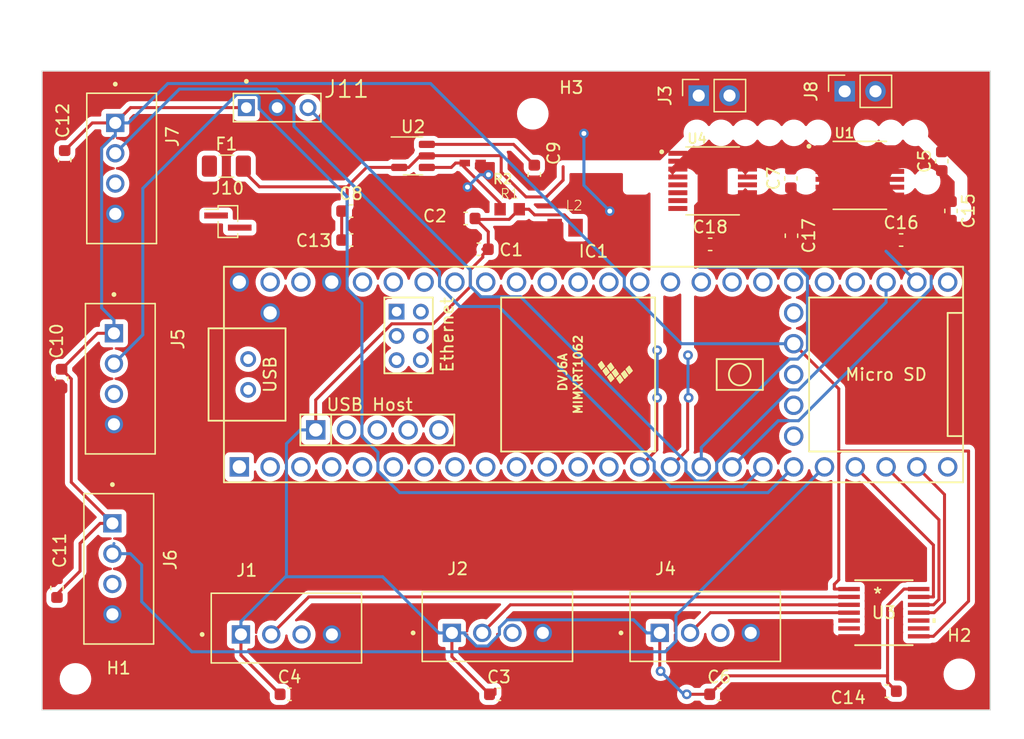
<source format=kicad_pcb>
(kicad_pcb (version 20221018) (generator pcbnew)
  (layers (0 "F.Cu" signal) (31 "B.Cu" signal) (34 "B.Paste" user) (35 "F.Paste" user) (36 "B.SilkS" user "B.Silkscreen") (37 "F.SilkS" user "F.Silkscreen") (38 "B.Mask" user) (39 "F.Mask" user) (44 "Edge.Cuts" user))
  (net 0 "")
  (net 1 "+5V")
  (net 12 "LF_LINE")
  (net 13 "RF_LINE")
  (net 33 "+12V")
  (net 34 "Net-(U2-VBST)")
  (net 35 "GNDS")
  (net 36 "B_LINE")
  (net 37 "LIR5")
  (net 43 "Net-(J8-Pin_2)")
  (net 44 "Net-(J8-Pin_1)")
  (net 45 "unconnected-(J6-Pin_3-Pad3)")
  (net 46 "Net-(U2-VFB)")
  (net 47 "IR_START")
  (net 51 "Net-(J10-Pin_1b)")
  (net 52 "+3.3V")
  (net 53 "RIR5")
  (net 54 "CIR5")
  (net 59 "CIR3.3")
  (net 60 "RIR3.3")
  (net 61 "LIR3.3")
  (net 62 "Net-(U1-CPH)")
  (net 63 "Net-(U1-CPL)")
  (net 64 "Net-(U4-CPH)")
  (net 65 "Net-(U4-CPL)")
  (net 66 "Net-(U1-VCP)")
  (net 67 "Net-(U4-VCP)")
  (net 68 "EN2")
  (net 69 "EN1")
  (net 70 "VREF")
  (net 71 "unconnected-(IC1-A3-Pad17)")
  (net 72 "PH1")
  (net 73 "PH2")
  (net 74 "unconnected-(IC1-A12-Pad26)")
  (net 75 "NSleep1")
  (net 76 "NSleep2")
  (net 77 "PMode1")
  (net 78 "PMode2")
  (net 79 "Net-(J3-Pin_1)")
  (net 80 "Net-(J3-Pin_2)")
  (footprint "Fuse:Fuse_1206_3216Metric" (layer "F.Cu") (at 68.199 85.344)
    (fp_text reference "F1")
    (fp_text value "Fuse")
  )
  (footprint "Capacitor_SMD:C_0603_1608Metric" (layer "F.Cu") (at 54.229 120.142 90)
    (fp_text reference "C11")
    (fp_text value "0.1uF")
  )
  (footprint "RoboJackets:INDC2012X145N" (layer "F.Cu") (at 96.139 90.424)
    (fp_text reference "L2")
    (fp_text value "4.7 uH")
  )
  (footprint "RoboJackets:SOP65P640X120-17N" (layer "F.Cu") (at 120.4468 86.106)
    (fp_text reference "U1")
    (fp_text value "DRV8874PWPR")
  )
  (footprint "Capacitor_SMD:C_0603_1608Metric" (layer "F.Cu") (at 123.8504 91.44)
    (fp_text reference "C16")
    (fp_text value "0.1uF")
  )
  (footprint "Capacitor_SMD:C_0603_1608Metric" (layer "F.Cu") (at 54.864 84.836 -90)
    (fp_text reference "C12")
    (fp_text value "0.1uF")
  )
  (footprint "Capacitor_SMD:C_0603_1608Metric" (layer "F.Cu") (at 73.406 128.905)
    (fp_text reference "C4")
    (fp_text value "0.1uF")
  )
  (footprint "Capacitor_SMD:C_0603_1608Metric" (layer "F.Cu") (at 114.808 91.0844 -90)
    (fp_text reference "C17")
    (fp_text value "0.1uF")
  )
  (footprint "RoboJackets:JST_B4B-XH-A_LF__SN_" (layer "F.Cu") (at 107.696 123.317)
    (fp_text reference "J4")
    (fp_text value "IR Sensor C")
  )
  (footprint "Capacitor_SMD:C_0603_1608Metric" (layer "F.Cu") (at 114.7572 86.36 90)
    (fp_text reference "C7")
    (fp_text value "C")
  )
  (footprint "MountingHole:MountingHole_2.1mm" (layer "F.Cu") (at 128.651 127.254)
    (fp_text reference "H2")
    (fp_text value "MountingHole")
  )
  (footprint "MountingHole:MountingHole_2.1mm" (layer "F.Cu") (at 93.472 81.026)
    (fp_text reference "H3")
    (fp_text value "MountingHole")
  )
  (footprint "Capacitor_SMD:C_0603_1608Metric" (layer "F.Cu") (at 78.486 89.05)
    (fp_text reference "C8")
    (fp_text value ".1 uF")
  )
  (footprint "Capacitor_SMD:C_0603_1608Metric" (layer "F.Cu") (at 127.9652 89.0394 -90)
    (fp_text reference "C15")
    (fp_text value "0.1uF")
  )
  (footprint "RoboJackets:JST_B4B-XH-A_LF__SN_" (layer "F.Cu") (at 73.152 123.444)
    (fp_text reference "J1")
    (fp_text value "IR Sensor L")
  )
  (footprint "Capacitor_SMD:C_0603_1608Metric" (layer "F.Cu") (at 108.839 128.905)
    (fp_text reference "C6")
    (fp_text value "0.1uF")
  )
  (footprint "RoboJackets:robo" (layer "F.Cu") (at 88.519 85.09)
    (fp_text reference "R2")
    (fp_text value "50kΩ")
  )
  (footprint "Capacitor_SMD:C_0603_1608Metric" (layer "F.Cu") (at 108.1024 91.7956)
    (fp_text reference "C18")
    (fp_text value "0.1uF")
  )
  (footprint "Capacitor_SMD:C_0603_1608Metric" (layer "F.Cu") (at 87.9348 89.662 180)
    (fp_text reference "C2")
    (fp_text value "10 uF")
  )
  (footprint "Capacitor_SMD:C_0603_1608Metric" (layer "F.Cu") (at 78.486 91.44)
    (fp_text reference "C13")
    (fp_text value "10 uF")
  )
  (footprint "RoboJackets:JST_B4B-XH-A_LF__SN_" (layer "F.Cu") (at 90.551 123.317)
    (fp_text reference "J2")
    (fp_text value "IR Sensor R")
  )
  (footprint "Connector_PinSocket_1.00mm:PinSocket_1x02_P1.00mm_Vertical_SMD_Pin1Left" (layer "F.Cu") (at 68.326 89.916)
    (fp_text reference "J10")
    (fp_text value "Battery Socket")
  )
  (footprint "Capacitor_SMD:C_0603_1608Metric" (layer "F.Cu") (at 122.682 128.651 180)
    (fp_text reference "C14")
    (fp_text value "10 uF")
  )
  (footprint "RoboJackets:JST_B4B-XH-A_LF__SN_" (layer "F.Cu") (at 59.326 118.558 -90)
    (fp_text reference "J6")
    (fp_text value "Line Sensor 2")
  )
  (footprint "RoboJackets:JST_B4B-XH-A_LF__SN_" (layer "F.Cu") (at 59.453 102.8811 -90)
    (fp_text reference "J5")
    (fp_text value "Line Sensor 1")
  )
  (footprint "Capacitor_SMD:C_0603_1608Metric" (layer "F.Cu") (at 90.678 128.905)
    (fp_text reference "C3")
    (fp_text value "0.1uF")
  )
  (footprint "MountingHole:MountingHole_2.1mm" (layer "F.Cu") (at 55.753 127.635)
    (fp_text reference "H1")
    (fp_text value "MountingHole")
  )
  (footprint "Connector_PinSocket_2.54mm:PinSocket_1x02_P2.54mm_Vertical" (layer "F.Cu") (at 107.1572 79.5278 90)
    (fp_text reference "J3")
    (fp_text value "Conn_01x02_Socket")
  )
  (footprint "RoboJackets:RU_14_ADI-M" (layer "F.Cu") (at 122.428 122.174)
    (fp_text reference "U3")
    (fp_text value "ADG3304BRUZ-REEL")
  )
  (footprint "Capacitor_SMD:C_0603_1608Metric" (layer "F.Cu") (at 89.027 92.202 180)
    (fp_text reference "C1")
    (fp_text value ".1 uF")
  )
  (footprint "RoboJackets:SOP65P640X120-17N" (layer "F.Cu") (at 108.3056 86.5632)
    (fp_text reference "U4")
    (fp_text value "DRV8874PWPR")
  )
  (footprint "Connector_PinSocket_2.54mm:PinSocket_1x02_P2.54mm_Vertical" (layer "F.Cu") (at 119.1968 79.1722 90)
    (fp_text reference "J8")
    (fp_text value "Conn_01x02_Socket")
  )
  (footprint "Capacitor_SMD:C_0603_1608Metric" (layer "F.Cu") (at 93.599 86.04 90)
    (fp_text reference "C9")
    (fp_text value ".1 uF")
  )
  (footprint "RoboJackets:JST_B4B-XH-A_LF__SN_" (layer "F.Cu") (at 59.563 85.531 -90)
    (fp_text reference "J7")
    (fp_text value "Line Sensor 3")
  )
  (footprint "RoboJackets:TE_5-146280-3" (layer "F.Cu") (at 72.39 80.518)
    (fp_text reference "J11")
    (fp_text value "IR Start Module")
  )
  (footprint "Capacitor_SMD:C_0603_1608Metric" (layer "F.Cu") (at 127.2032 84.9376 90)
    (fp_text reference "C5")
    (fp_text value "C")
  )
  (footprint "RoboJackets:RESC1608X50N" (layer "F.Cu") (at 91.567 88.9)
    (fp_text reference "R1")
    (fp_text value "5kΩ")
  )
  (footprint "Capacitor_SMD:C_0603_1608Metric" (layer "F.Cu") (at 54.61 102.87 -90)
    (fp_text reference "C10")
    (fp_text value "0.1uF")
  )
  (footprint "Package_TO_SOT_SMD:SOT-23-6" (layer "F.Cu") (at 83.595 84.5)
    (fp_text reference "U2")
    (fp_text value "TPS562200 (VR)")
  )
  (footprint "Teensy Lib:TEENSY41" (layer "F.Cu") (at 98.48 102.53)
    (fp_text reference "IC1")
    (fp_text value "TEENSY_4.1")
  )
  (gr_rect (start 53 77.5) (end 131.2 130.2) (stroke (width 0.1)) (fill none) (layer "Edge.Cuts"))
  (segment (start 69.402 125.676) (end 72.631 128.905) (width 0.25) (layer "F.Cu") (net 1))
  (segment (start 91.5201 89.7369) (end 88.7847 89.7369) (width 0.25) (layer "F.Cu") (net 1))
  (segment (start 104.013 127) (end 104.013 127.127) (width 0.25) (layer "F.Cu") (net 1))
  (segment (start 108.064 128.905) (end 109.588 127.381) (width 0.25) (layer "F.Cu") (net 1))
  (segment (start 104.013 127) (end 103.946 126.933) (width 0.25) (layer "F.Cu") (net 1))
  (segment (start 89.802 90.7542) (end 88.7098 89.662) (width 0.25) (layer "F.Cu") (net 1))
  (segment (start 75.5692 104.624) (end 75.5692 107.0992) (width 0.25) (layer "F.Cu") (net 1))
  (segment (start 89.347 92.8615) (end 89.347 92.657) (width 0.25) (layer "F.Cu") (net 1))
  (segment (start 90.358 128.48) (end 90.358 128.905) (width 0.25) (layer "F.Cu") (net 1))
  (segment (start 96.999 90.289) (end 96.999 90.424) (width 0.25) (layer "F.Cu") (net 1))
  (segment (start 93.616 89.3621) (end 96.0721 89.3621) (width 0.25) (layer "F.Cu") (net 1))
  (segment (start 88.32 93.8885) (end 88.32 95.2895) (width 0.25) (layer "F.Cu") (net 1))
  (segment (start 125.298 120.224) (end 125.2982 120.224) (width 0.25) (layer "F.Cu") (net 1))
  (segment (start 106.172 128.905) (end 106.083 128.816) (width 0.25) (layer "F.Cu") (net 1))
  (segment (start 93.1539 88.9) (end 93.616 89.3621) (width 0.25) (layer "F.Cu") (net 1))
  (segment (start 92.357 88.9) (end 93.1539 88.9) (width 0.25) (layer "F.Cu") (net 1))
  (segment (start 104.013 127) (end 104.013 127.254) (width 0.25) (layer "F.Cu") (net 1))
  (segment (start 122.732 121.574) (end 124.082 120.224) (width 0.25) (layer "F.Cu") (net 1))
  (segment (start 89.802 92.202) (end 89.802 90.7542) (width 0.25) (layer "F.Cu") (net 1))
  (segment (start 92.357 88.9) (end 91.5201 89.7369) (width 0.25) (layer "F.Cu") (net 1))
  (segment (start 88.32 95.2895) (end 85.2611 98.3484) (width 0.25) (layer "F.Cu") (net 1))
  (segment (start 69.402 123.969) (end 69.402 125.676) (width 0.25) (layer "F.Cu") (net 1))
  (segment (start 122.732 127.926) (end 123.457 128.651) (width 0.25) (layer "F.Cu") (net 1))
  (segment (start 106.172 128.905) (end 108.064 128.905) (width 0.25) (layer "F.Cu") (net 1))
  (segment (start 103.946 126.933) (end 103.946 123.842) (width 0.25) (layer "F.Cu") (net 1))
  (segment (start 122.732 127.381) (end 122.732 121.574) (width 0.25) (layer "F.Cu") (net 1))
  (segment (start 89.347 92.8615) (end 88.32 93.8885) (width 0.25) (layer "F.Cu") (net 1))
  (segment (start 85.2611 98.3484) (end 81.8449 98.3484) (width 0.25) (layer "F.Cu") (net 1))
  (segment (start 86.801 123.842) (end 86.801 125.803) (width 0.25) (layer "F.Cu") (net 1))
  (segment (start 122.732 127.381) (end 122.732 127.926) (width 0.25) (layer "F.Cu") (net 1))
  (segment (start 86.801 125.803) (end 89.903 128.905) (width 0.25) (layer "F.Cu") (net 1))
  (segment (start 124.082 120.224) (end 125.298 120.224) (width 0.25) (layer "F.Cu") (net 1))
  (segment (start 88.7847 89.7369) (end 88.7098 89.662) (width 0.25) (layer "F.Cu") (net 1))
  (segment (start 106.083 128.816) (end 105.918 128.816) (width 0.25) (layer "F.Cu") (net 1))
  (segment (start 81.8449 98.3484) (end 75.5692 104.624) (width 0.25) (layer "F.Cu") (net 1))
  (segment (start 109.588 127.381) (end 122.732 127.381) (width 0.25) (layer "F.Cu") (net 1))
  (segment (start 89.4219 92.1271) (end 89.347 92.202) (width 0.25) (layer "F.Cu") (net 1))
  (segment (start 96.0721 89.3621) (end 96.999 90.289) (width 0.25) (layer "F.Cu") (net 1))
  (segment (start 89.347 92.657) (end 89.802 92.202) (width 0.25) (layer "F.Cu") (net 1))
  (via (at 104.013 127) (size 0.8) (drill 0.4) (layers "F.Cu" "B.Cu") (net 1))
  (via (at 106.172 128.905) (size 0.8) (drill 0.4) (layers "F.Cu" "B.Cu") (net 1))
  (segment (start 105.918 128.905) (end 104.013 127) (width 0.25) (layer "B.Cu") (net 1))
  (segment (start 90.7201 123.956) (end 89.7532 124.923) (width 0.25) (layer "B.Cu") (net 1))
  (segment (start 87.8819 123.977) (end 87.8819 123.842) (width 0.25) (layer "B.Cu") (net 1))
  (segment (start 73.1538 108.238) (end 74.2926 107.0992) (width 0.25) (layer "B.Cu") (net 1))
  (segment (start 69.402 122.888) (end 69.402 123.969) (width 0.25) (layer "B.Cu") (net 1))
  (segment (start 89.7532 124.923) (end 88.8277 124.923) (width 0.25) (layer "B.Cu") (net 1))
  (segment (start 74.2926 107.0992) (end 75.5692 107.0992) (width 0.25) (layer "B.Cu") (net 1))
  (segment (start 87.8819 123.842) (end 86.801 123.842) (width 0.25) (layer "B.Cu") (net 1))
  (segment (start 106.172 128.905) (end 105.918 128.905) (width 0.25) (layer "B.Cu") (net 1))
  (segment (start 73.08 119.21) (end 69.402 122.888) (width 0.25) (layer "B.Cu") (net 1))
  (segment (start 91.3533 122.761) (end 90.7201 123.394) (width 0.25) (layer "B.Cu") (net 1))
  (segment (start 81.0882 119.21) (end 73.1538 119.21) (width 0.25) (layer "B.Cu") (net 1))
  (segment (start 73.1538 119.21) (end 73.08 119.21) (width 0.25) (layer "B.Cu") (net 1))
  (segment (start 88.8277 124.923) (end 87.8819 123.977) (width 0.25) (layer "B.Cu") (net 1))
  (segment (start 102.865 123.842) (end 101.784 122.761) (width 0.25) (layer "B.Cu") (net 1))
  (segment (start 86.801 123.842) (end 85.7201 123.842) (width 0.25) (layer "B.Cu") (net 1))
  (segment (start 90.7201 123.394) (end 90.7201 123.956) (width 0.25) (layer "B.Cu") (net 1))
  (segment (start 85.7201 123.842) (end 81.0882 119.21) (width 0.25) (layer "B.Cu") (net 1))
  (segment (start 101.784 122.761) (end 91.3533 122.761) (width 0.25) (layer "B.Cu") (net 1))
  (segment (start 73.1538 108.238) (end 73.1538 119.21) (width 0.25) (layer "B.Cu") (net 1))
  (segment (start 103.946 123.842) (end 102.865 123.842) (width 0.25) (layer "B.Cu") (net 1))
  (segment (start 70.6861 79.4378) (end 69.0508 79.4378) (width 0.25) (layer "B.Cu") (net 12))
  (segment (start 79.3792 96.6594) (end 78.16 95.4402) (width 0.25) (layer "B.Cu") (net 12))
  (segment (start 61.3071 99.252) (end 58.928 101.631) (width 0.25) (layer "B.Cu") (net 12))
  (segment (start 79.3792 107.629) (end 79.3792 96.6594) (width 0.25) (layer "B.Cu") (net 12))
  (segment (start 82.4936 112.271) (end 80.7 110.478) (width 0.25) (layer "B.Cu") (net 12))
  (segment (start 78.16 95.4402) (end 78.16 87.8675) (width 0.25) (layer "B.Cu") (net 12))
  (segment (start 70.9066 80.6141) (end 70.9066 79.6583) (width 0.25) (layer "B.Cu") (net 12))
  (segment (start 80.7 110.478) (end 80.7 108.95) (width 0.25) (layer "B.Cu") (net 12))
  (segment (start 58.928 101.631) (end 58.928 101.6311) (width 0.25) (layer "B.Cu") (net 12))
  (segment (start 61.3071 87.1815) (end 61.3071 99.252) (width 0.25) (layer "B.Cu") (net 12))
  (segment (start 69.0508 79.4378) (end 61.3071 87.1815) (width 0.25) (layer "B.Cu") (net 12))
  (segment (start 78.16 87.8675) (end 70.9066 80.6141) (width 0.25) (layer "B.Cu") (net 12))
  (segment (start 70.9066 79.6583) (end 70.6861 79.4378) (width 0.25) (layer "B.Cu") (net 12))
  (segment (start 80.7 108.95) (end 79.3792 107.629) (width 0.25) (layer "B.Cu") (net 12))
  (segment (start 114.99 110.15) (end 112.869 112.271) (width 0.25) (layer "B.Cu") (net 12))
  (segment (start 112.869 112.271) (end 82.4936 112.271) (width 0.25) (layer "B.Cu") (net 12))
  (segment (start 65.3508 125.397) (end 61.214 121.2602) (width 0.25) (layer "B.Cu") (net 13))
  (segment (start 117.53 110.15) (end 105.281 122.399) (width 0.25) (layer "B.Cu") (net 13))
  (segment (start 105.281 124.511) (end 104.395 125.397) (width 0.25) (layer "B.Cu") (net 13))
  (segment (start 58.928 116.474) (end 58.928 116.4742) (width 0.25) (layer "B.Cu") (net 13))
  (segment (start 104.395 125.397) (end 65.3508 125.397) (width 0.25) (layer "B.Cu") (net 13))
  (segment (start 105.281 122.399) (end 105.281 124.511) (width 0.25) (layer "B.Cu") (net 13))
  (segment (start 61.214 121.2602) (end 61.214 118.237) (width 0.25) (layer "B.Cu") (net 13))
  (segment (start 61.214 118.237) (end 60.285 117.308) (width 0.25) (layer "B.Cu") (net 13))
  (segment (start 60.285 117.308) (end 58.801 117.308) (width 0.25) (layer "B.Cu") (net 13))
  (segment (start 78.166 87.0499) (end 70.9209 87.0499) (width 0.25) (layer "F.Cu") (net 33))
  (segment (start 95.9734 86.5002) (end 94.5896 87.884) (width 0.25) (layer "F.Cu") (net 33))
  (segment (start 90.8669 85.8377) (end 90.8669 84.4797) (width 0.25) (layer "F.Cu") (net 33))
  (segment (start 82.4575 85.45) (end 79.7659 85.45) (width 0.25) (layer "F.Cu") (net 33))
  (segment (start 83.2346 85.45) (end 82.4575 85.45) (width 0.25) (layer "F.Cu") (net 33))
  (segment (start 79.7659 85.45) (end 78.166 87.0499) (width 0.25) (layer "F.Cu") (net 33))
  (segment (start 94.5896 87.884) (end 92.9132 87.884) (width 0.25) (layer "F.Cu") (net 33))
  (segment (start 84.1846 84.5) (end 83.2346 85.45) (width 0.25) (layer "F.Cu") (net 33))
  (segment (start 92.9132 87.884) (end 90.8669 85.8377) (width 0.25) (layer "F.Cu") (net 33))
  (segment (start 78.166 88.595) (end 77.711 89.05) (width 0.25) (layer "F.Cu") (net 33))
  (segment (start 95.9734 85.3895) (end 95.9734 86.5002) (width 0.25) (layer "F.Cu") (net 33))
  (segment (start 84.7325 84.5) (end 84.1846 84.5) (width 0.25) (layer "F.Cu") (net 33))
  (segment (start 70.9209 87.0499) (end 69.596 85.725) (width 0.25) (layer "F.Cu") (net 33))
  (segment (start 77.711 89.05) (end 77.711 91.44) (width 0.25) (layer "F.Cu") (net 33))
  (segment (start 84.7528 84.4797) (end 84.7325 84.5) (width 0.25) (layer "F.Cu") (net 33))
  (segment (start 78.166 87.0499) (end 78.166 88.595) (width 0.25) (layer "F.Cu") (net 33))
  (segment (start 90.8669 84.4797) (end 84.7528 84.4797) (width 0.25) (layer "F.Cu") (net 33))
  (segment (start 84.7325 83.55) (end 91.884 83.55) (width 0.25) (layer "F.Cu") (net 34))
  (segment (start 91.884 83.55) (end 93.599 85.265) (width 0.25) (layer "F.Cu") (net 34))
  (segment (start 89.8144 86.0552) (end 89.7128 85.9028) (width 0.25) (layer "F.Cu") (net 35))
  (segment (start 89.173399 85.09) (end 89.173399 85.414199) (width 0.25) (layer "F.Cu") (net 35))
  (segment (start 89.173399 85.414199) (end 89.8144 86.0552) (width 0.25) (layer "F.Cu") (net 35))
  (via (at 99.822 89.0524) (size 0.8) (drill 0.4) (layers "F.Cu" "B.Cu") (net 35))
  (via (at 88.0872 87.0712) (size 0.8) (drill 0.4) (layers "F.Cu" "B.Cu") (net 35))
  (via (at 97.6884 82.6516) (size 0.8) (drill 0.4) (layers "F.Cu" "B.Cu") (net 35))
  (via (at 89.8144 86.0552) (size 0.8) (drill 0.4) (layers "F.Cu" "B.Cu") (net 35))
  (segment (start 97.6884 86.9188) (end 97.6884 82.6516) (width 0.25) (layer "B.Cu") (net 35))
  (segment (start 99.822 89.0524) (end 97.6884 86.9188) (width 0.25) (layer "B.Cu") (net 35))
  (segment (start 89.8144 86.0552) (end 89.1032 86.0552) (width 0.25) (layer "B.Cu") (net 35))
  (segment (start 89.1032 86.0552) (end 88.0872 87.0712) (width 0.25) (layer "B.Cu") (net 35))
  (segment (start 103.486 110.44) (end 103.486 109.739) (width 0.25) (layer "B.Cu") (net 36))
  (segment (start 87.4562 96.9233) (end 85.78 95.2471) (width 0.25) (layer "B.Cu") (net 36))
  (segment (start 72.3207 78.9859) (end 64.3331 78.9859) (width 0.25) (layer "B.Cu") (net 36))
  (segment (start 112.45 110.15) (end 110.82 111.78) (width 0.25) (layer "B.Cu") (net 36))
  (segment (start 85.78 95.2471) (end 85.78 94.0589) (width 0.25) (layer "B.Cu") (net 36))
  (segment (start 104.825 111.78) (end 103.486 110.44) (width 0.25) (layer "B.Cu") (net 36))
  (segment (start 64.3331 78.9859) (end 59.038 84.281) (width 0.25) (layer "B.Cu") (net 36))
  (segment (start 73.7774 80.4426) (end 72.3207 78.9859) (width 0.25) (layer "B.Cu") (net 36))
  (segment (start 73.7774 82.0563) (end 73.7774 80.4426) (width 0.25) (layer "B.Cu") (net 36))
  (segment (start 85.78 94.0589) (end 73.7774 82.0563) (width 0.25) (layer "B.Cu") (net 36))
  (segment (start 110.82 111.78) (end 104.825 111.78) (width 0.25) (layer "B.Cu") (net 36))
  (segment (start 90.6696 96.9233) (end 87.4562 96.9233) (width 0.25) (layer "B.Cu") (net 36))
  (segment (start 103.486 109.739) (end 90.6696 96.9233) (width 0.25) (layer "B.Cu") (net 36))
  (segment (start 74.997 120.874) (end 71.902 123.969) (width 0.25) (layer "F.Cu") (net 37))
  (segment (start 119.558 120.874) (end 119.5578 120.874) (width 0.25) (layer "F.Cu") (net 37))
  (segment (start 119.5578 120.874) (end 74.997 120.874) (width 0.25) (layer "F.Cu") (net 37))
  (segment (start 59.3394 119.3855) (end 59.3393 119.3855) (width 0.25) (layer "B.Cu") (net 45))
  (segment (start 86.7483 85.45) (end 87.1083 85.09) (width 0.25) (layer "F.Cu") (net 46))
  (segment (start 87.1083 85.09) (end 87.4865 85.09) (width 0.25) (layer "F.Cu") (net 46))
  (segment (start 90.777 88.3805) (end 87.4865 85.09) (width 0.25) (layer "F.Cu") (net 46))
  (segment (start 90.777 88.9) (end 90.777 88.3805) (width 0.25) (layer "F.Cu") (net 46))
  (segment (start 84.7325 85.45) (end 86.7483 85.45) (width 0.25) (layer "F.Cu") (net 46))
  (segment (start 87.8646 85.09) (end 87.4865 85.09) (width 0.25) (layer "F.Cu") (net 46))
  (segment (start 122.61 94.91) (end 122.61 96.5668) (width 0.25) (layer "B.Cu") (net 47))
  (segment (start 88.32 95.2397) (end 88.32 93.908) (width 0.25) (layer "B.Cu") (net 47))
  (segment (start 108.64 109.822) (end 108.64 110.475) (width 0.25) (layer "B.Cu") (net 47))
  (segment (start 108.64 110.475) (end 107.801 111.314) (width 0.25) (layer "B.Cu") (net 47))
  (segment (start 89.2014 96.1211) (end 88.32 95.2397) (width 0.25) (layer "B.Cu") (net 47))
  (segment (start 107.801 111.314) (end 106.936 111.314) (width 0.25) (layer "B.Cu") (net 47))
  (segment (start 92.4717 96.1211) (end 89.2014 96.1211) (width 0.25) (layer "B.Cu") (net 47))
  (segment (start 106.1 110.478) (end 106.1 109.749) (width 0.25) (layer "B.Cu") (net 47))
  (segment (start 115.377 103.8) (end 114.662 103.8) (width 0.25) (layer "B.Cu") (net 47))
  (segment (start 88.32 93.908) (end 74.93 80.518) (width 0.25) (layer "B.Cu") (net 47))
  (segment (start 114.662 103.8) (end 108.64 109.822) (width 0.25) (layer "B.Cu") (net 47))
  (segment (start 106.936 111.314) (end 106.1 110.478) (width 0.25) (layer "B.Cu") (net 47))
  (segment (start 106.1 109.749) (end 92.4717 96.1211) (width 0.25) (layer "B.Cu") (net 47))
  (segment (start 122.61 96.5668) (end 115.377 103.8) (width 0.25) (layer "B.Cu") (net 47))
  (segment (start 54.229 120.917) (end 54.229 120.653041) (width 0.25) (layer "F.Cu") (net 52))
  (segment (start 118.342 119.834) (end 118.342 120.224) (width 0.25) (layer "F.Cu") (net 52))
  (segment (start 56.134 118.748041) (end 56.134 116.459) (width 0.25) (layer "F.Cu") (net 52))
  (segment (start 55.41 111.417) (end 55.41 102.895) (width 0.25) (layer "F.Cu") (net 52))
  (segment (start 125.298 124.124) (end 126.514 124.124) (width 0.25) (layer "F.Cu") (net 52))
  (segment (start 118.342 120.224) (end 119.5578 120.224) (width 0.25) (layer "F.Cu") (net 52))
  (segment (start 69.85 80.518) (end 60.301 80.518) (width 0.25) (layer "F.Cu") (net 52))
  (segment (start 58.928 99.1311) (end 57.5739 99.1311) (width 0.25) (layer "F.Cu") (net 52))
  (segment (start 129.413 121.225) (end 129.413 108.839) (width 0.25) (layer "F.Cu") (net 52))
  (segment (start 118.709 103.709) (end 118.709 109.022) (width 0.25) (layer "F.Cu") (net 52))
  (segment (start 57.5739 99.1311) (end 54.61 102.095) (width 0.25) (layer "F.Cu") (net 52))
  (segment (start 60.301 80.518) (end 59.038 81.781) (width 0.25) (layer "F.Cu") (net 52))
  (segment (start 126.514 124.124) (end 129.413 121.225) (width 0.25) (layer "F.Cu") (net 52))
  (segment (start 114.99 99.99) (end 118.709 103.709) (width 0.25) (layer "F.Cu") (net 52))
  (segment (start 118.709 119.466) (end 118.342 119.834) (width 0.25) (layer "F.Cu") (net 52))
  (segment (start 118.709 109.022) (end 118.709 119.466) (width 0.25) (layer "F.Cu") (net 52))
  (segment (start 119.5578 120.224) (end 119.558 120.224) (width 0.25) (layer "F.Cu") (net 52))
  (segment (start 57.144 81.781) (end 54.864 84.061) (width 0.25) (layer "F.Cu") (net 52))
  (segment (start 59.038 81.781) (end 57.144 81.781) (width 0.25) (layer "F.Cu") (net 52))
  (segment (start 55.41 102.895) (end 54.61 102.095) (width 0.25) (layer "F.Cu") (net 52))
  (segment (start 118.892 108.839) (end 118.709 109.022) (width 0.25) (layer "F.Cu") (net 52))
  (segment (start 58.801 114.808) (end 55.41 111.417) (width 0.25) (layer "F.Cu") (net 52))
  (segment (start 57.785 114.808) (end 58.801 114.808) (width 0.25) (layer "F.Cu") (net 52))
  (segment (start 54.229 120.653041) (end 56.134 118.748041) (width 0.25) (layer "F.Cu") (net 52))
  (segment (start 56.134 116.459) (end 57.785 114.808) (width 0.25) (layer "F.Cu") (net 52))
  (segment (start 129.413 108.839) (end 118.892 108.839) (width 0.25) (layer "F.Cu") (net 52))
  (segment (start 59.038 82.8619) (end 58.9029 82.8619) (width 0.25) (layer "B.Cu") (net 52))
  (segment (start 57.9121 83.8527) (end 57.9121 97.0343) (width 0.25) (layer "B.Cu") (net 52))
  (segment (start 59.038 81.781) (end 59.038 82.8619) (width 0.25) (layer "B.Cu") (net 52))
  (segment (start 58.928 98.0502) (end 58.928 99.1311) (width 0.25) (layer "B.Cu") (net 52))
  (segment (start 114.99 99.99) (end 105.727 99.99) (width 0.25) (layer "B.Cu") (net 52))
  (segment (start 101.02 95.2826) (end 101.02 94.5126) (width 0.25) (layer "B.Cu") (net 52))
  (segment (start 57.9121 97.0343) (end 58.928 98.0502) (width 0.25) (layer "B.Cu") (net 52))
  (segment (start 85.0414 78.534) (end 63.3659 78.534) (width 0.25) (layer "B.Cu") (net 52))
  (segment (start 101.02 94.5126) (end 85.0414 78.534) (width 0.25) (layer "B.Cu") (net 52))
  (segment (start 60.1189 81.781) (end 59.038 81.781) (width 0.25) (layer "B.Cu") (net 52))
  (segment (start 105.727 99.99) (end 101.02 95.2826) (width 0.25) (layer "B.Cu") (net 52))
  (segment (start 58.9029 82.8619) (end 57.9121 83.8527) (width 0.25) (layer "B.Cu") (net 52))
  (segment (start 63.3659 78.534) (end 60.1189 81.781) (width 0.25) (layer "B.Cu") (net 52))
  (segment (start 119.5578 121.524) (end 91.619 121.524) (width 0.25) (layer "F.Cu") (net 53))
  (segment (start 91.619 121.524) (end 89.301 123.842) (width 0.25) (layer "F.Cu") (net 53))
  (segment (start 119.558 121.524) (end 119.5578 121.524) (width 0.25) (layer "F.Cu") (net 53))
  (segment (start 119.5578 122.174) (end 119.558 122.174) (width 0.25) (layer "F.Cu") (net 54))
  (segment (start 106.446 123.842) (end 108.114 122.174) (width 0.25) (layer "F.Cu") (net 54))
  (segment (start 108.114 122.174) (end 119.5578 122.174) (width 0.25) (layer "F.Cu") (net 54))
  (segment (start 125.2982 122.174) (end 125.298 122.174) (width 0.25) (layer "F.Cu") (net 59))
  (segment (start 127.43 112.43) (end 127.43 121.315) (width 0.25) (layer "F.Cu") (net 59))
  (segment (start 125.15 110.15) (end 127.43 112.43) (width 0.25) (layer "F.Cu") (net 59))
  (segment (start 127.43 121.315) (end 126.571 122.174) (width 0.25) (layer "F.Cu") (net 59))
  (segment (start 126.571 122.174) (end 125.2982 122.174) (width 0.25) (layer "F.Cu") (net 59))
  (segment (start 126.527 121.524) (end 125.2982 121.524) (width 0.25) (layer "F.Cu") (net 60))
  (segment (start 125.2982 121.524) (end 125.298 121.524) (width 0.25) (layer "F.Cu") (net 60))
  (segment (start 126.969 114.509) (end 126.969 121.082) (width 0.25) (layer "F.Cu") (net 60))
  (segment (start 122.61 110.15) (end 126.969 114.509) (width 0.25) (layer "F.Cu") (net 60))
  (segment (start 126.969 121.082) (end 126.527 121.524) (width 0.25) (layer "F.Cu") (net 60))
  (segment (start 125.2982 120.874) (end 125.298 120.874) (width 0.25) (layer "F.Cu") (net 61))
  (segment (start 126.514 120.874) (end 125.2982 120.874) (width 0.25) (layer "F.Cu") (net 61))
  (segment (start 120.07 110.15) (end 126.514 116.594) (width 0.25) (layer "F.Cu") (net 61))
  (segment (start 126.514 116.594) (end 126.514 120.874) (width 0.25) (layer "F.Cu") (net 61))
  (segment (start 103.7336 100.5332) (end 103.7844 100.5332) (width 0.25) (layer "F.Cu") (net 68))
  (segment (start 103.705 108.735) (end 102.29 110.15) (width 0.25) (layer "F.Cu") (net 68))
  (segment (start 103.705 104.5686) (end 103.7336 104.5972) (width 0.25) (layer "F.Cu") (net 68))
  (segment (start 103.7336 104.4448) (end 103.5812 104.4448) (width 0.25) (layer "F.Cu") (net 68))
  (segment (start 103.7336 100.4824) (end 103.7336 100.5332) (width 0.25) (layer "F.Cu") (net 68))
  (segment (start 103.5812 104.4448) (end 103.6828 104.5464) (width 0.25) (layer "F.Cu") (net 68))
  (segment (start 103.705 108.735) (end 103.705 104.5686) (width 0.25) (layer "F.Cu") (net 68))
  (segment (start 103.7336 104.5972) (end 103.7336 104.4448) (width 0.25) (layer "F.Cu") (net 68))
  (segment (start 103.7844 100.5332) (end 103.7336 100.4824) (width 0.25) (layer "F.Cu") (net 68))
  (segment (start 103.705 100.4538) (end 103.7336 100.4824) (width 0.25) (layer "F.Cu") (net 68))
  (via (at 103.7336 100.5332) (size 0.8) (drill 0.4) (layers "F.Cu" "B.Cu") (net 68))
  (via (at 103.7336 104.4448) (size 0.8) (drill 0.4) (layers "F.Cu" "B.Cu") (net 68))
  (segment (start 103.7336 104.4448) (end 103.7336 100.5332) (width 0.25) (layer "B.Cu") (net 68))
  (segment (start 104.83 110.15) (end 106.245 108.735) (width 0.25) (layer "F.Cu") (net 69))
  (segment (start 106.245 100.8094) (end 106.2736 100.838) (width 0.25) (layer "F.Cu") (net 69))
  (segment (start 106.3244 104.4448) (end 106.2736 104.4956) (width 0.25) (layer "F.Cu") (net 69))
  (segment (start 106.3752 100.9396) (end 106.2736 100.838) (width 0.25) (layer "F.Cu") (net 69))
  (segment (start 106.2736 100.838) (end 106.2736 100.9396) (width 0.25) (layer "F.Cu") (net 69))
  (segment (start 106.245 108.735) (end 106.245 104.5242) (width 0.25) (layer "F.Cu") (net 69))
  (segment (start 106.245 104.5242) (end 106.3244 104.4448) (width 0.25) (layer "F.Cu") (net 69))
  (segment (start 106.2736 100.9396) (end 106.3752 100.9396) (width 0.25) (layer "F.Cu") (net 69))
  (via (at 106.3244 104.4448) (size 0.8) (drill 0.4) (layers "F.Cu" "B.Cu") (net 69))
  (via (at 106.2736 100.9396) (size 0.8) (drill 0.4) (layers "F.Cu" "B.Cu") (net 69))
  (segment (start 106.2736 104.394) (end 106.3244 104.4448) (width 0.25) (layer "B.Cu") (net 69))
  (segment (start 106.2736 100.9396) (end 106.2736 104.394) (width 0.25) (layer "B.Cu") (net 69))
  (segment (start 115.347 93.6727) (end 116.123 94.448) (width 0.25) (layer "B.Cu") (net 70))
  (segment (start 116.123 100.46) (end 115.323 101.26) (width 0.25) (layer "B.Cu") (net 70))
  (segment (start 116.123 94.448) (end 116.123 100.46) (width 0.25) (layer "B.Cu") (net 70))
  (segment (start 114.657 101.26) (end 107.37 108.547) (width 0.25) (layer "B.Cu") (net 70))
  (segment (start 115.323 101.26) (end 114.657 101.26) (width 0.25) (layer "B.Cu") (net 70))
  (segment (start 107.222 93.6727) (end 115.347 93.6727) (width 0.25) (layer "B.Cu") (net 70))
  (segment (start 107.37 108.547) (end 107.37 110.15) (width 0.25) (layer "B.Cu") (net 70))
  (segment (start 126.331 95.4033) (end 126.331 94.4225) (width 0.25) (layer "B.Cu") (net 71))
  (segment (start 113.72 106.34) (end 115.395 106.34) (width 0.25) (layer "B.Cu") (net 71))
  (segment (start 115.395 106.34) (end 126.331 95.4033) (width 0.25) (layer "B.Cu") (net 71))
  (segment (start 109.91 110.15) (end 113.72 106.34) (width 0.25) (layer "B.Cu") (net 71))
  (segment (start 122.6 92.36) (end 125.15 94.91) (width 0.25) (layer "B.Cu") (net 74))
  (zone (net 35) (net_name "GNDS") (layer "F.Cu") (connect_pads yes (clearance 0.4)) (min_thickness 0.2) (fill yes (thermal_gap 0.5) (thermal_bridge_width 0.5))
    (polygon (pts (xy 133.985 131.064) (xy 132.842 76.2) (xy 50.8 74.676) (xy 49.53 132.588)))
  )
)
</source>
